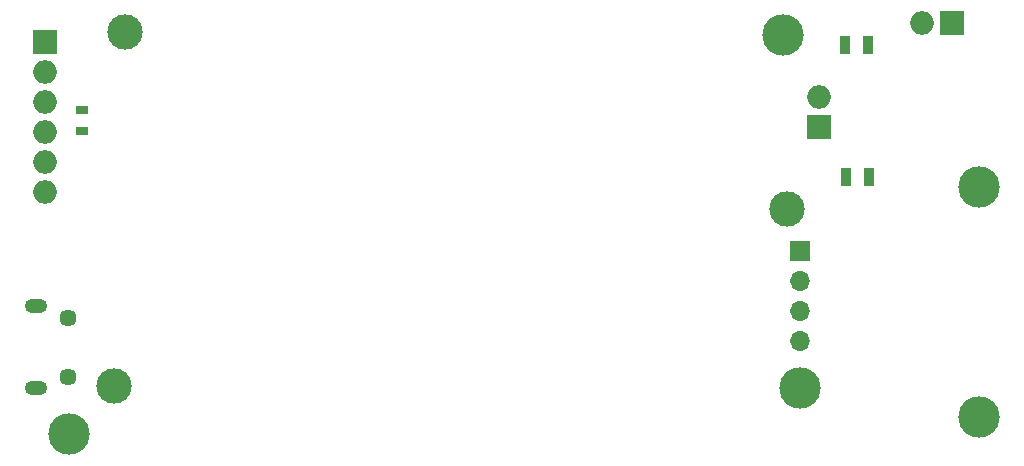
<source format=gbr>
%TF.GenerationSoftware,KiCad,Pcbnew,(5.1.2)-1*%
%TF.CreationDate,2019-05-30T14:12:01+02:00*%
%TF.ProjectId,LEOLED_rev1,4c454f4c-4544-45f7-9265-76312e6b6963,1*%
%TF.SameCoordinates,Original*%
%TF.FileFunction,Soldermask,Bot*%
%TF.FilePolarity,Negative*%
%FSLAX46Y46*%
G04 Gerber Fmt 4.6, Leading zero omitted, Abs format (unit mm)*
G04 Created by KiCad (PCBNEW (5.1.2)-1) date 2019-05-30 14:12:01*
%MOMM*%
%LPD*%
G04 APERTURE LIST*
%ADD10C,3.000000*%
%ADD11O,1.900000X1.200000*%
%ADD12C,1.450000*%
%ADD13R,1.998980X1.998980*%
%ADD14O,1.998980X1.998980*%
%ADD15C,3.500000*%
%ADD16R,0.970000X1.500000*%
%ADD17O,1.700000X1.700000*%
%ADD18R,1.700000X1.700000*%
%ADD19R,1.000000X0.670000*%
G04 APERTURE END LIST*
D10*
X65000000Y22000000D03*
X8000000Y7000000D03*
X9000000Y37000000D03*
D11*
X1400000Y6800000D03*
X1400000Y13800000D03*
D12*
X4100000Y7800000D03*
X4100000Y12800000D03*
D13*
X79005400Y37771600D03*
D14*
X76465400Y37771600D03*
D13*
X67700000Y28900000D03*
D14*
X67700000Y31440000D03*
D15*
X81291400Y23827000D03*
X66076800Y6809000D03*
X64705200Y36730200D03*
X4240000Y2920000D03*
X81291400Y4396000D03*
D16*
X71955000Y24700000D03*
X70045000Y24700000D03*
X71855000Y35900000D03*
X69945000Y35900000D03*
D14*
X2195800Y23395200D03*
X2195800Y25935200D03*
X2195800Y31015200D03*
X2195800Y33555200D03*
D13*
X2195800Y36095200D03*
D14*
X2195800Y28475200D03*
D17*
X66100000Y10780000D03*
X66100000Y13320000D03*
X66100000Y15860000D03*
D18*
X66100000Y18400000D03*
D19*
X5300000Y30375000D03*
X5300000Y28625000D03*
M02*

</source>
